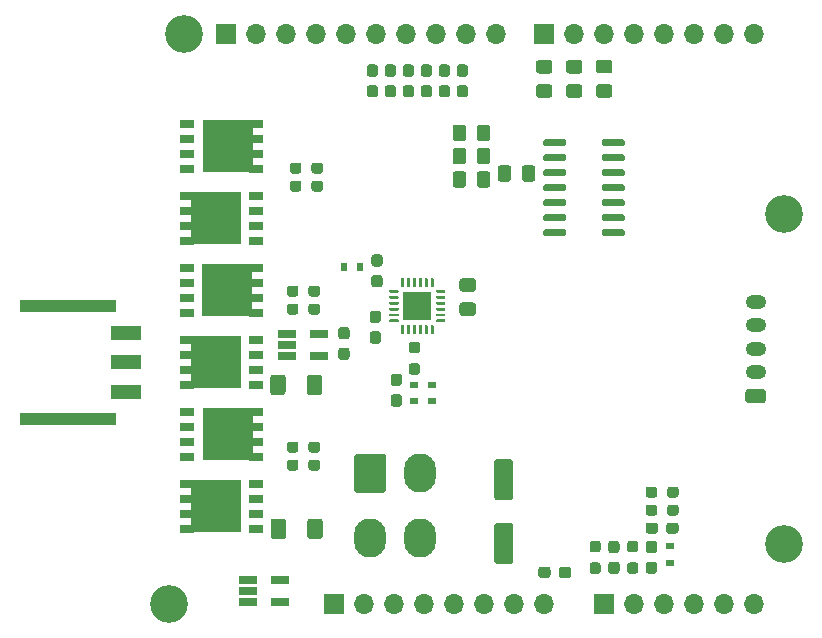
<source format=gts>
G04 #@! TF.GenerationSoftware,KiCad,Pcbnew,(5.1.10)-1*
G04 #@! TF.CreationDate,2021-10-08T21:42:51+13:00*
G04 #@! TF.ProjectId,bldc_driver_fpga,626c6463-5f64-4726-9976-65725f667067,rev?*
G04 #@! TF.SameCoordinates,Original*
G04 #@! TF.FileFunction,Soldermask,Top*
G04 #@! TF.FilePolarity,Negative*
%FSLAX46Y46*%
G04 Gerber Fmt 4.6, Leading zero omitted, Abs format (unit mm)*
G04 Created by KiCad (PCBNEW (5.1.10)-1) date 2021-10-08 21:42:51*
%MOMM*%
%LPD*%
G01*
G04 APERTURE LIST*
%ADD10C,3.200000*%
%ADD11R,4.290000X4.500000*%
%ADD12R,1.200000X0.700000*%
%ADD13O,1.750000X1.200000*%
%ADD14R,8.200000X1.100000*%
%ADD15R,2.500000X1.240000*%
%ADD16O,1.700000X1.700000*%
%ADD17R,1.700000X1.700000*%
%ADD18O,2.700000X3.300000*%
%ADD19R,1.560000X0.650000*%
%ADD20R,2.450000X2.450000*%
%ADD21R,0.600000X0.700000*%
%ADD22R,0.700000X0.600000*%
G04 APERTURE END LIST*
G36*
G01*
X99043500Y-21734000D02*
X98568500Y-21734000D01*
G75*
G02*
X98331000Y-21496500I0J237500D01*
G01*
X98331000Y-20921500D01*
G75*
G02*
X98568500Y-20684000I237500J0D01*
G01*
X99043500Y-20684000D01*
G75*
G02*
X99281000Y-20921500I0J-237500D01*
G01*
X99281000Y-21496500D01*
G75*
G02*
X99043500Y-21734000I-237500J0D01*
G01*
G37*
G36*
G01*
X99043500Y-23484000D02*
X98568500Y-23484000D01*
G75*
G02*
X98331000Y-23246500I0J237500D01*
G01*
X98331000Y-22671500D01*
G75*
G02*
X98568500Y-22434000I237500J0D01*
G01*
X99043500Y-22434000D01*
G75*
G02*
X99281000Y-22671500I0J-237500D01*
G01*
X99281000Y-23246500D01*
G75*
G02*
X99043500Y-23484000I-237500J0D01*
G01*
G37*
G36*
G01*
X97519500Y-21734000D02*
X97044500Y-21734000D01*
G75*
G02*
X96807000Y-21496500I0J237500D01*
G01*
X96807000Y-20921500D01*
G75*
G02*
X97044500Y-20684000I237500J0D01*
G01*
X97519500Y-20684000D01*
G75*
G02*
X97757000Y-20921500I0J-237500D01*
G01*
X97757000Y-21496500D01*
G75*
G02*
X97519500Y-21734000I-237500J0D01*
G01*
G37*
G36*
G01*
X97519500Y-23484000D02*
X97044500Y-23484000D01*
G75*
G02*
X96807000Y-23246500I0J237500D01*
G01*
X96807000Y-22671500D01*
G75*
G02*
X97044500Y-22434000I237500J0D01*
G01*
X97519500Y-22434000D01*
G75*
G02*
X97757000Y-22671500I0J-237500D01*
G01*
X97757000Y-23246500D01*
G75*
G02*
X97519500Y-23484000I-237500J0D01*
G01*
G37*
G36*
G01*
X95995500Y-21734000D02*
X95520500Y-21734000D01*
G75*
G02*
X95283000Y-21496500I0J237500D01*
G01*
X95283000Y-20921500D01*
G75*
G02*
X95520500Y-20684000I237500J0D01*
G01*
X95995500Y-20684000D01*
G75*
G02*
X96233000Y-20921500I0J-237500D01*
G01*
X96233000Y-21496500D01*
G75*
G02*
X95995500Y-21734000I-237500J0D01*
G01*
G37*
G36*
G01*
X95995500Y-23484000D02*
X95520500Y-23484000D01*
G75*
G02*
X95283000Y-23246500I0J237500D01*
G01*
X95283000Y-22671500D01*
G75*
G02*
X95520500Y-22434000I237500J0D01*
G01*
X95995500Y-22434000D01*
G75*
G02*
X96233000Y-22671500I0J-237500D01*
G01*
X96233000Y-23246500D01*
G75*
G02*
X95995500Y-23484000I-237500J0D01*
G01*
G37*
G36*
G01*
X94471500Y-21734000D02*
X93996500Y-21734000D01*
G75*
G02*
X93759000Y-21496500I0J237500D01*
G01*
X93759000Y-20921500D01*
G75*
G02*
X93996500Y-20684000I237500J0D01*
G01*
X94471500Y-20684000D01*
G75*
G02*
X94709000Y-20921500I0J-237500D01*
G01*
X94709000Y-21496500D01*
G75*
G02*
X94471500Y-21734000I-237500J0D01*
G01*
G37*
G36*
G01*
X94471500Y-23484000D02*
X93996500Y-23484000D01*
G75*
G02*
X93759000Y-23246500I0J237500D01*
G01*
X93759000Y-22671500D01*
G75*
G02*
X93996500Y-22434000I237500J0D01*
G01*
X94471500Y-22434000D01*
G75*
G02*
X94709000Y-22671500I0J-237500D01*
G01*
X94709000Y-23246500D01*
G75*
G02*
X94471500Y-23484000I-237500J0D01*
G01*
G37*
G36*
G01*
X92947500Y-21734000D02*
X92472500Y-21734000D01*
G75*
G02*
X92235000Y-21496500I0J237500D01*
G01*
X92235000Y-20921500D01*
G75*
G02*
X92472500Y-20684000I237500J0D01*
G01*
X92947500Y-20684000D01*
G75*
G02*
X93185000Y-20921500I0J-237500D01*
G01*
X93185000Y-21496500D01*
G75*
G02*
X92947500Y-21734000I-237500J0D01*
G01*
G37*
G36*
G01*
X92947500Y-23484000D02*
X92472500Y-23484000D01*
G75*
G02*
X92235000Y-23246500I0J237500D01*
G01*
X92235000Y-22671500D01*
G75*
G02*
X92472500Y-22434000I237500J0D01*
G01*
X92947500Y-22434000D01*
G75*
G02*
X93185000Y-22671500I0J-237500D01*
G01*
X93185000Y-23246500D01*
G75*
G02*
X92947500Y-23484000I-237500J0D01*
G01*
G37*
G36*
G01*
X91423500Y-21734000D02*
X90948500Y-21734000D01*
G75*
G02*
X90711000Y-21496500I0J237500D01*
G01*
X90711000Y-20921500D01*
G75*
G02*
X90948500Y-20684000I237500J0D01*
G01*
X91423500Y-20684000D01*
G75*
G02*
X91661000Y-20921500I0J-237500D01*
G01*
X91661000Y-21496500D01*
G75*
G02*
X91423500Y-21734000I-237500J0D01*
G01*
G37*
G36*
G01*
X91423500Y-23484000D02*
X90948500Y-23484000D01*
G75*
G02*
X90711000Y-23246500I0J237500D01*
G01*
X90711000Y-22671500D01*
G75*
G02*
X90948500Y-22434000I237500J0D01*
G01*
X91423500Y-22434000D01*
G75*
G02*
X91661000Y-22671500I0J-237500D01*
G01*
X91661000Y-23246500D01*
G75*
G02*
X91423500Y-23484000I-237500J0D01*
G01*
G37*
D10*
X73970000Y-66360000D03*
X126040000Y-33340000D03*
X126040000Y-61280000D03*
X75240000Y-18100000D03*
G36*
G01*
X110593000Y-27455000D02*
X110593000Y-27155000D01*
G75*
G02*
X110743000Y-27005000I150000J0D01*
G01*
X112393000Y-27005000D01*
G75*
G02*
X112543000Y-27155000I0J-150000D01*
G01*
X112543000Y-27455000D01*
G75*
G02*
X112393000Y-27605000I-150000J0D01*
G01*
X110743000Y-27605000D01*
G75*
G02*
X110593000Y-27455000I0J150000D01*
G01*
G37*
G36*
G01*
X110593000Y-28725000D02*
X110593000Y-28425000D01*
G75*
G02*
X110743000Y-28275000I150000J0D01*
G01*
X112393000Y-28275000D01*
G75*
G02*
X112543000Y-28425000I0J-150000D01*
G01*
X112543000Y-28725000D01*
G75*
G02*
X112393000Y-28875000I-150000J0D01*
G01*
X110743000Y-28875000D01*
G75*
G02*
X110593000Y-28725000I0J150000D01*
G01*
G37*
G36*
G01*
X110593000Y-29995000D02*
X110593000Y-29695000D01*
G75*
G02*
X110743000Y-29545000I150000J0D01*
G01*
X112393000Y-29545000D01*
G75*
G02*
X112543000Y-29695000I0J-150000D01*
G01*
X112543000Y-29995000D01*
G75*
G02*
X112393000Y-30145000I-150000J0D01*
G01*
X110743000Y-30145000D01*
G75*
G02*
X110593000Y-29995000I0J150000D01*
G01*
G37*
G36*
G01*
X110593000Y-31265000D02*
X110593000Y-30965000D01*
G75*
G02*
X110743000Y-30815000I150000J0D01*
G01*
X112393000Y-30815000D01*
G75*
G02*
X112543000Y-30965000I0J-150000D01*
G01*
X112543000Y-31265000D01*
G75*
G02*
X112393000Y-31415000I-150000J0D01*
G01*
X110743000Y-31415000D01*
G75*
G02*
X110593000Y-31265000I0J150000D01*
G01*
G37*
G36*
G01*
X110593000Y-32535000D02*
X110593000Y-32235000D01*
G75*
G02*
X110743000Y-32085000I150000J0D01*
G01*
X112393000Y-32085000D01*
G75*
G02*
X112543000Y-32235000I0J-150000D01*
G01*
X112543000Y-32535000D01*
G75*
G02*
X112393000Y-32685000I-150000J0D01*
G01*
X110743000Y-32685000D01*
G75*
G02*
X110593000Y-32535000I0J150000D01*
G01*
G37*
G36*
G01*
X110593000Y-33805000D02*
X110593000Y-33505000D01*
G75*
G02*
X110743000Y-33355000I150000J0D01*
G01*
X112393000Y-33355000D01*
G75*
G02*
X112543000Y-33505000I0J-150000D01*
G01*
X112543000Y-33805000D01*
G75*
G02*
X112393000Y-33955000I-150000J0D01*
G01*
X110743000Y-33955000D01*
G75*
G02*
X110593000Y-33805000I0J150000D01*
G01*
G37*
G36*
G01*
X110593000Y-35075000D02*
X110593000Y-34775000D01*
G75*
G02*
X110743000Y-34625000I150000J0D01*
G01*
X112393000Y-34625000D01*
G75*
G02*
X112543000Y-34775000I0J-150000D01*
G01*
X112543000Y-35075000D01*
G75*
G02*
X112393000Y-35225000I-150000J0D01*
G01*
X110743000Y-35225000D01*
G75*
G02*
X110593000Y-35075000I0J150000D01*
G01*
G37*
G36*
G01*
X105643000Y-35075000D02*
X105643000Y-34775000D01*
G75*
G02*
X105793000Y-34625000I150000J0D01*
G01*
X107443000Y-34625000D01*
G75*
G02*
X107593000Y-34775000I0J-150000D01*
G01*
X107593000Y-35075000D01*
G75*
G02*
X107443000Y-35225000I-150000J0D01*
G01*
X105793000Y-35225000D01*
G75*
G02*
X105643000Y-35075000I0J150000D01*
G01*
G37*
G36*
G01*
X105643000Y-33805000D02*
X105643000Y-33505000D01*
G75*
G02*
X105793000Y-33355000I150000J0D01*
G01*
X107443000Y-33355000D01*
G75*
G02*
X107593000Y-33505000I0J-150000D01*
G01*
X107593000Y-33805000D01*
G75*
G02*
X107443000Y-33955000I-150000J0D01*
G01*
X105793000Y-33955000D01*
G75*
G02*
X105643000Y-33805000I0J150000D01*
G01*
G37*
G36*
G01*
X105643000Y-32535000D02*
X105643000Y-32235000D01*
G75*
G02*
X105793000Y-32085000I150000J0D01*
G01*
X107443000Y-32085000D01*
G75*
G02*
X107593000Y-32235000I0J-150000D01*
G01*
X107593000Y-32535000D01*
G75*
G02*
X107443000Y-32685000I-150000J0D01*
G01*
X105793000Y-32685000D01*
G75*
G02*
X105643000Y-32535000I0J150000D01*
G01*
G37*
G36*
G01*
X105643000Y-31265000D02*
X105643000Y-30965000D01*
G75*
G02*
X105793000Y-30815000I150000J0D01*
G01*
X107443000Y-30815000D01*
G75*
G02*
X107593000Y-30965000I0J-150000D01*
G01*
X107593000Y-31265000D01*
G75*
G02*
X107443000Y-31415000I-150000J0D01*
G01*
X105793000Y-31415000D01*
G75*
G02*
X105643000Y-31265000I0J150000D01*
G01*
G37*
G36*
G01*
X105643000Y-29995000D02*
X105643000Y-29695000D01*
G75*
G02*
X105793000Y-29545000I150000J0D01*
G01*
X107443000Y-29545000D01*
G75*
G02*
X107593000Y-29695000I0J-150000D01*
G01*
X107593000Y-29995000D01*
G75*
G02*
X107443000Y-30145000I-150000J0D01*
G01*
X105793000Y-30145000D01*
G75*
G02*
X105643000Y-29995000I0J150000D01*
G01*
G37*
G36*
G01*
X105643000Y-28725000D02*
X105643000Y-28425000D01*
G75*
G02*
X105793000Y-28275000I150000J0D01*
G01*
X107443000Y-28275000D01*
G75*
G02*
X107593000Y-28425000I0J-150000D01*
G01*
X107593000Y-28725000D01*
G75*
G02*
X107443000Y-28875000I-150000J0D01*
G01*
X105793000Y-28875000D01*
G75*
G02*
X105643000Y-28725000I0J150000D01*
G01*
G37*
G36*
G01*
X105643000Y-27455000D02*
X105643000Y-27155000D01*
G75*
G02*
X105793000Y-27005000I150000J0D01*
G01*
X107443000Y-27005000D01*
G75*
G02*
X107593000Y-27155000I0J-150000D01*
G01*
X107593000Y-27455000D01*
G75*
G02*
X107443000Y-27605000I-150000J0D01*
G01*
X105793000Y-27605000D01*
G75*
G02*
X105643000Y-27455000I0J150000D01*
G01*
G37*
G36*
G01*
X110357499Y-22348500D02*
X111257501Y-22348500D01*
G75*
G02*
X111507500Y-22598499I0J-249999D01*
G01*
X111507500Y-23248501D01*
G75*
G02*
X111257501Y-23498500I-249999J0D01*
G01*
X110357499Y-23498500D01*
G75*
G02*
X110107500Y-23248501I0J249999D01*
G01*
X110107500Y-22598499D01*
G75*
G02*
X110357499Y-22348500I249999J0D01*
G01*
G37*
G36*
G01*
X110357499Y-20298500D02*
X111257501Y-20298500D01*
G75*
G02*
X111507500Y-20548499I0J-249999D01*
G01*
X111507500Y-21198501D01*
G75*
G02*
X111257501Y-21448500I-249999J0D01*
G01*
X110357499Y-21448500D01*
G75*
G02*
X110107500Y-21198501I0J249999D01*
G01*
X110107500Y-20548499D01*
G75*
G02*
X110357499Y-20298500I249999J0D01*
G01*
G37*
G36*
G01*
X107817499Y-22357500D02*
X108717501Y-22357500D01*
G75*
G02*
X108967500Y-22607499I0J-249999D01*
G01*
X108967500Y-23257501D01*
G75*
G02*
X108717501Y-23507500I-249999J0D01*
G01*
X107817499Y-23507500D01*
G75*
G02*
X107567500Y-23257501I0J249999D01*
G01*
X107567500Y-22607499D01*
G75*
G02*
X107817499Y-22357500I249999J0D01*
G01*
G37*
G36*
G01*
X107817499Y-20307500D02*
X108717501Y-20307500D01*
G75*
G02*
X108967500Y-20557499I0J-249999D01*
G01*
X108967500Y-21207501D01*
G75*
G02*
X108717501Y-21457500I-249999J0D01*
G01*
X107817499Y-21457500D01*
G75*
G02*
X107567500Y-21207501I0J249999D01*
G01*
X107567500Y-20557499D01*
G75*
G02*
X107817499Y-20307500I249999J0D01*
G01*
G37*
G36*
G01*
X105277499Y-22357500D02*
X106177501Y-22357500D01*
G75*
G02*
X106427500Y-22607499I0J-249999D01*
G01*
X106427500Y-23257501D01*
G75*
G02*
X106177501Y-23507500I-249999J0D01*
G01*
X105277499Y-23507500D01*
G75*
G02*
X105027500Y-23257501I0J249999D01*
G01*
X105027500Y-22607499D01*
G75*
G02*
X105277499Y-22357500I249999J0D01*
G01*
G37*
G36*
G01*
X105277499Y-20307500D02*
X106177501Y-20307500D01*
G75*
G02*
X106427500Y-20557499I0J-249999D01*
G01*
X106427500Y-21207501D01*
G75*
G02*
X106177501Y-21457500I-249999J0D01*
G01*
X105277499Y-21457500D01*
G75*
G02*
X105027500Y-21207501I0J249999D01*
G01*
X105027500Y-20557499D01*
G75*
G02*
X105277499Y-20307500I249999J0D01*
G01*
G37*
G36*
G01*
X100018000Y-28898001D02*
X100018000Y-27997999D01*
G75*
G02*
X100267999Y-27748000I249999J0D01*
G01*
X100918001Y-27748000D01*
G75*
G02*
X101168000Y-27997999I0J-249999D01*
G01*
X101168000Y-28898001D01*
G75*
G02*
X100918001Y-29148000I-249999J0D01*
G01*
X100267999Y-29148000D01*
G75*
G02*
X100018000Y-28898001I0J249999D01*
G01*
G37*
G36*
G01*
X97968000Y-28898001D02*
X97968000Y-27997999D01*
G75*
G02*
X98217999Y-27748000I249999J0D01*
G01*
X98868001Y-27748000D01*
G75*
G02*
X99118000Y-27997999I0J-249999D01*
G01*
X99118000Y-28898001D01*
G75*
G02*
X98868001Y-29148000I-249999J0D01*
G01*
X98217999Y-29148000D01*
G75*
G02*
X97968000Y-28898001I0J249999D01*
G01*
G37*
G36*
G01*
X99127000Y-29966499D02*
X99127000Y-30866501D01*
G75*
G02*
X98877001Y-31116500I-249999J0D01*
G01*
X98226999Y-31116500D01*
G75*
G02*
X97977000Y-30866501I0J249999D01*
G01*
X97977000Y-29966499D01*
G75*
G02*
X98226999Y-29716500I249999J0D01*
G01*
X98877001Y-29716500D01*
G75*
G02*
X99127000Y-29966499I0J-249999D01*
G01*
G37*
G36*
G01*
X101177000Y-29966499D02*
X101177000Y-30866501D01*
G75*
G02*
X100927001Y-31116500I-249999J0D01*
G01*
X100276999Y-31116500D01*
G75*
G02*
X100027000Y-30866501I0J249999D01*
G01*
X100027000Y-29966499D01*
G75*
G02*
X100276999Y-29716500I249999J0D01*
G01*
X100927001Y-29716500D01*
G75*
G02*
X101177000Y-29966499I0J-249999D01*
G01*
G37*
G36*
G01*
X100018000Y-26929501D02*
X100018000Y-26029499D01*
G75*
G02*
X100267999Y-25779500I249999J0D01*
G01*
X100918001Y-25779500D01*
G75*
G02*
X101168000Y-26029499I0J-249999D01*
G01*
X101168000Y-26929501D01*
G75*
G02*
X100918001Y-27179500I-249999J0D01*
G01*
X100267999Y-27179500D01*
G75*
G02*
X100018000Y-26929501I0J249999D01*
G01*
G37*
G36*
G01*
X97968000Y-26929501D02*
X97968000Y-26029499D01*
G75*
G02*
X98217999Y-25779500I249999J0D01*
G01*
X98868001Y-25779500D01*
G75*
G02*
X99118000Y-26029499I0J-249999D01*
G01*
X99118000Y-26929501D01*
G75*
G02*
X98868001Y-27179500I-249999J0D01*
G01*
X98217999Y-27179500D01*
G75*
G02*
X97968000Y-26929501I0J249999D01*
G01*
G37*
G36*
G01*
X85635000Y-48440500D02*
X85635000Y-47190500D01*
G75*
G02*
X85885000Y-46940500I250000J0D01*
G01*
X86685000Y-46940500D01*
G75*
G02*
X86935000Y-47190500I0J-250000D01*
G01*
X86935000Y-48440500D01*
G75*
G02*
X86685000Y-48690500I-250000J0D01*
G01*
X85885000Y-48690500D01*
G75*
G02*
X85635000Y-48440500I0J250000D01*
G01*
G37*
G36*
G01*
X82535000Y-48440500D02*
X82535000Y-47190500D01*
G75*
G02*
X82785000Y-46940500I250000J0D01*
G01*
X83585000Y-46940500D01*
G75*
G02*
X83835000Y-47190500I0J-250000D01*
G01*
X83835000Y-48440500D01*
G75*
G02*
X83585000Y-48690500I-250000J0D01*
G01*
X82785000Y-48690500D01*
G75*
G02*
X82535000Y-48440500I0J250000D01*
G01*
G37*
G36*
G01*
X85672500Y-60632500D02*
X85672500Y-59382500D01*
G75*
G02*
X85922500Y-59132500I250000J0D01*
G01*
X86722500Y-59132500D01*
G75*
G02*
X86972500Y-59382500I0J-250000D01*
G01*
X86972500Y-60632500D01*
G75*
G02*
X86722500Y-60882500I-250000J0D01*
G01*
X85922500Y-60882500D01*
G75*
G02*
X85672500Y-60632500I0J250000D01*
G01*
G37*
G36*
G01*
X82572500Y-60632500D02*
X82572500Y-59382500D01*
G75*
G02*
X82822500Y-59132500I250000J0D01*
G01*
X83622500Y-59132500D01*
G75*
G02*
X83872500Y-59382500I0J-250000D01*
G01*
X83872500Y-60632500D01*
G75*
G02*
X83622500Y-60882500I-250000J0D01*
G01*
X82822500Y-60882500D01*
G75*
G02*
X82572500Y-60632500I0J250000D01*
G01*
G37*
G36*
G01*
X86023000Y-31225500D02*
X86023000Y-30750500D01*
G75*
G02*
X86260500Y-30513000I237500J0D01*
G01*
X86760500Y-30513000D01*
G75*
G02*
X86998000Y-30750500I0J-237500D01*
G01*
X86998000Y-31225500D01*
G75*
G02*
X86760500Y-31463000I-237500J0D01*
G01*
X86260500Y-31463000D01*
G75*
G02*
X86023000Y-31225500I0J237500D01*
G01*
G37*
G36*
G01*
X84198000Y-31225500D02*
X84198000Y-30750500D01*
G75*
G02*
X84435500Y-30513000I237500J0D01*
G01*
X84935500Y-30513000D01*
G75*
G02*
X85173000Y-30750500I0J-237500D01*
G01*
X85173000Y-31225500D01*
G75*
G02*
X84935500Y-31463000I-237500J0D01*
G01*
X84435500Y-31463000D01*
G75*
G02*
X84198000Y-31225500I0J237500D01*
G01*
G37*
G36*
G01*
X86023000Y-29701500D02*
X86023000Y-29226500D01*
G75*
G02*
X86260500Y-28989000I237500J0D01*
G01*
X86760500Y-28989000D01*
G75*
G02*
X86998000Y-29226500I0J-237500D01*
G01*
X86998000Y-29701500D01*
G75*
G02*
X86760500Y-29939000I-237500J0D01*
G01*
X86260500Y-29939000D01*
G75*
G02*
X86023000Y-29701500I0J237500D01*
G01*
G37*
G36*
G01*
X84198000Y-29701500D02*
X84198000Y-29226500D01*
G75*
G02*
X84435500Y-28989000I237500J0D01*
G01*
X84935500Y-28989000D01*
G75*
G02*
X85173000Y-29226500I0J-237500D01*
G01*
X85173000Y-29701500D01*
G75*
G02*
X84935500Y-29939000I-237500J0D01*
G01*
X84435500Y-29939000D01*
G75*
G02*
X84198000Y-29701500I0J237500D01*
G01*
G37*
G36*
G01*
X85769000Y-41639500D02*
X85769000Y-41164500D01*
G75*
G02*
X86006500Y-40927000I237500J0D01*
G01*
X86506500Y-40927000D01*
G75*
G02*
X86744000Y-41164500I0J-237500D01*
G01*
X86744000Y-41639500D01*
G75*
G02*
X86506500Y-41877000I-237500J0D01*
G01*
X86006500Y-41877000D01*
G75*
G02*
X85769000Y-41639500I0J237500D01*
G01*
G37*
G36*
G01*
X83944000Y-41639500D02*
X83944000Y-41164500D01*
G75*
G02*
X84181500Y-40927000I237500J0D01*
G01*
X84681500Y-40927000D01*
G75*
G02*
X84919000Y-41164500I0J-237500D01*
G01*
X84919000Y-41639500D01*
G75*
G02*
X84681500Y-41877000I-237500J0D01*
G01*
X84181500Y-41877000D01*
G75*
G02*
X83944000Y-41639500I0J237500D01*
G01*
G37*
G36*
G01*
X85769000Y-40115500D02*
X85769000Y-39640500D01*
G75*
G02*
X86006500Y-39403000I237500J0D01*
G01*
X86506500Y-39403000D01*
G75*
G02*
X86744000Y-39640500I0J-237500D01*
G01*
X86744000Y-40115500D01*
G75*
G02*
X86506500Y-40353000I-237500J0D01*
G01*
X86006500Y-40353000D01*
G75*
G02*
X85769000Y-40115500I0J237500D01*
G01*
G37*
G36*
G01*
X83944000Y-40115500D02*
X83944000Y-39640500D01*
G75*
G02*
X84181500Y-39403000I237500J0D01*
G01*
X84681500Y-39403000D01*
G75*
G02*
X84919000Y-39640500I0J-237500D01*
G01*
X84919000Y-40115500D01*
G75*
G02*
X84681500Y-40353000I-237500J0D01*
G01*
X84181500Y-40353000D01*
G75*
G02*
X83944000Y-40115500I0J237500D01*
G01*
G37*
G36*
G01*
X85769000Y-54847500D02*
X85769000Y-54372500D01*
G75*
G02*
X86006500Y-54135000I237500J0D01*
G01*
X86506500Y-54135000D01*
G75*
G02*
X86744000Y-54372500I0J-237500D01*
G01*
X86744000Y-54847500D01*
G75*
G02*
X86506500Y-55085000I-237500J0D01*
G01*
X86006500Y-55085000D01*
G75*
G02*
X85769000Y-54847500I0J237500D01*
G01*
G37*
G36*
G01*
X83944000Y-54847500D02*
X83944000Y-54372500D01*
G75*
G02*
X84181500Y-54135000I237500J0D01*
G01*
X84681500Y-54135000D01*
G75*
G02*
X84919000Y-54372500I0J-237500D01*
G01*
X84919000Y-54847500D01*
G75*
G02*
X84681500Y-55085000I-237500J0D01*
G01*
X84181500Y-55085000D01*
G75*
G02*
X83944000Y-54847500I0J237500D01*
G01*
G37*
G36*
G01*
X85769000Y-53323500D02*
X85769000Y-52848500D01*
G75*
G02*
X86006500Y-52611000I237500J0D01*
G01*
X86506500Y-52611000D01*
G75*
G02*
X86744000Y-52848500I0J-237500D01*
G01*
X86744000Y-53323500D01*
G75*
G02*
X86506500Y-53561000I-237500J0D01*
G01*
X86006500Y-53561000D01*
G75*
G02*
X85769000Y-53323500I0J237500D01*
G01*
G37*
G36*
G01*
X83944000Y-53323500D02*
X83944000Y-52848500D01*
G75*
G02*
X84181500Y-52611000I237500J0D01*
G01*
X84681500Y-52611000D01*
G75*
G02*
X84919000Y-52848500I0J-237500D01*
G01*
X84919000Y-53323500D01*
G75*
G02*
X84681500Y-53561000I-237500J0D01*
G01*
X84181500Y-53561000D01*
G75*
G02*
X83944000Y-53323500I0J237500D01*
G01*
G37*
G36*
G01*
X94504500Y-45994500D02*
X94979500Y-45994500D01*
G75*
G02*
X95217000Y-46232000I0J-237500D01*
G01*
X95217000Y-46732000D01*
G75*
G02*
X94979500Y-46969500I-237500J0D01*
G01*
X94504500Y-46969500D01*
G75*
G02*
X94267000Y-46732000I0J237500D01*
G01*
X94267000Y-46232000D01*
G75*
G02*
X94504500Y-45994500I237500J0D01*
G01*
G37*
G36*
G01*
X94504500Y-44169500D02*
X94979500Y-44169500D01*
G75*
G02*
X95217000Y-44407000I0J-237500D01*
G01*
X95217000Y-44907000D01*
G75*
G02*
X94979500Y-45144500I-237500J0D01*
G01*
X94504500Y-45144500D01*
G75*
G02*
X94267000Y-44907000I0J237500D01*
G01*
X94267000Y-44407000D01*
G75*
G02*
X94504500Y-44169500I237500J0D01*
G01*
G37*
G36*
G01*
X115295500Y-58182500D02*
X115295500Y-58657500D01*
G75*
G02*
X115058000Y-58895000I-237500J0D01*
G01*
X114558000Y-58895000D01*
G75*
G02*
X114320500Y-58657500I0J237500D01*
G01*
X114320500Y-58182500D01*
G75*
G02*
X114558000Y-57945000I237500J0D01*
G01*
X115058000Y-57945000D01*
G75*
G02*
X115295500Y-58182500I0J-237500D01*
G01*
G37*
G36*
G01*
X117120500Y-58182500D02*
X117120500Y-58657500D01*
G75*
G02*
X116883000Y-58895000I-237500J0D01*
G01*
X116383000Y-58895000D01*
G75*
G02*
X116145500Y-58657500I0J237500D01*
G01*
X116145500Y-58182500D01*
G75*
G02*
X116383000Y-57945000I237500J0D01*
G01*
X116883000Y-57945000D01*
G75*
G02*
X117120500Y-58182500I0J-237500D01*
G01*
G37*
G36*
G01*
X116145500Y-57133500D02*
X116145500Y-56658500D01*
G75*
G02*
X116383000Y-56421000I237500J0D01*
G01*
X116883000Y-56421000D01*
G75*
G02*
X117120500Y-56658500I0J-237500D01*
G01*
X117120500Y-57133500D01*
G75*
G02*
X116883000Y-57371000I-237500J0D01*
G01*
X116383000Y-57371000D01*
G75*
G02*
X116145500Y-57133500I0J237500D01*
G01*
G37*
G36*
G01*
X114320500Y-57133500D02*
X114320500Y-56658500D01*
G75*
G02*
X114558000Y-56421000I237500J0D01*
G01*
X115058000Y-56421000D01*
G75*
G02*
X115295500Y-56658500I0J-237500D01*
G01*
X115295500Y-57133500D01*
G75*
G02*
X115058000Y-57371000I-237500J0D01*
G01*
X114558000Y-57371000D01*
G75*
G02*
X114320500Y-57133500I0J237500D01*
G01*
G37*
G36*
G01*
X112983000Y-62845500D02*
X113458000Y-62845500D01*
G75*
G02*
X113695500Y-63083000I0J-237500D01*
G01*
X113695500Y-63583000D01*
G75*
G02*
X113458000Y-63820500I-237500J0D01*
G01*
X112983000Y-63820500D01*
G75*
G02*
X112745500Y-63583000I0J237500D01*
G01*
X112745500Y-63083000D01*
G75*
G02*
X112983000Y-62845500I237500J0D01*
G01*
G37*
G36*
G01*
X112983000Y-61020500D02*
X113458000Y-61020500D01*
G75*
G02*
X113695500Y-61258000I0J-237500D01*
G01*
X113695500Y-61758000D01*
G75*
G02*
X113458000Y-61995500I-237500J0D01*
G01*
X112983000Y-61995500D01*
G75*
G02*
X112745500Y-61758000I0J237500D01*
G01*
X112745500Y-61258000D01*
G75*
G02*
X112983000Y-61020500I237500J0D01*
G01*
G37*
G36*
G01*
X109808000Y-62845500D02*
X110283000Y-62845500D01*
G75*
G02*
X110520500Y-63083000I0J-237500D01*
G01*
X110520500Y-63583000D01*
G75*
G02*
X110283000Y-63820500I-237500J0D01*
G01*
X109808000Y-63820500D01*
G75*
G02*
X109570500Y-63583000I0J237500D01*
G01*
X109570500Y-63083000D01*
G75*
G02*
X109808000Y-62845500I237500J0D01*
G01*
G37*
G36*
G01*
X109808000Y-61020500D02*
X110283000Y-61020500D01*
G75*
G02*
X110520500Y-61258000I0J-237500D01*
G01*
X110520500Y-61758000D01*
G75*
G02*
X110283000Y-61995500I-237500J0D01*
G01*
X109808000Y-61995500D01*
G75*
G02*
X109570500Y-61758000I0J237500D01*
G01*
X109570500Y-61258000D01*
G75*
G02*
X109808000Y-61020500I237500J0D01*
G01*
G37*
D11*
X77902500Y-33729000D03*
D12*
X75502500Y-35639000D03*
X75502500Y-34369000D03*
X75502500Y-33089000D03*
X75502500Y-31819000D03*
X81302500Y-31819000D03*
X81302500Y-33089000D03*
X81302500Y-34369000D03*
X81302500Y-35639000D03*
D11*
X78922500Y-27622500D03*
D12*
X81322500Y-25712500D03*
X81322500Y-26982500D03*
X81322500Y-28262500D03*
X81322500Y-29532500D03*
X75522500Y-29532500D03*
X75522500Y-28262500D03*
X75522500Y-26982500D03*
X75522500Y-25712500D03*
D11*
X77922500Y-45910500D03*
D12*
X75522500Y-47820500D03*
X75522500Y-46550500D03*
X75522500Y-45270500D03*
X75522500Y-44000500D03*
X81322500Y-44000500D03*
X81322500Y-45270500D03*
X81322500Y-46550500D03*
X81322500Y-47820500D03*
D11*
X78910500Y-39825000D03*
D12*
X81310500Y-37915000D03*
X81310500Y-39185000D03*
X81310500Y-40465000D03*
X81310500Y-41735000D03*
X75510500Y-41735000D03*
X75510500Y-40465000D03*
X75510500Y-39185000D03*
X75510500Y-37915000D03*
D11*
X77922500Y-58102500D03*
D12*
X75522500Y-60012500D03*
X75522500Y-58742500D03*
X75522500Y-57462500D03*
X75522500Y-56192500D03*
X81322500Y-56192500D03*
X81322500Y-57462500D03*
X81322500Y-58742500D03*
X81322500Y-60012500D03*
D11*
X78922500Y-52006500D03*
D12*
X81322500Y-50096500D03*
X81322500Y-51366500D03*
X81322500Y-52646500D03*
X81322500Y-53916500D03*
X75522500Y-53916500D03*
X75522500Y-52646500D03*
X75522500Y-51366500D03*
X75522500Y-50096500D03*
D13*
X123634500Y-40768000D03*
X123634500Y-42768000D03*
X123634500Y-44768000D03*
X123634500Y-46768000D03*
G36*
G01*
X124259501Y-49368000D02*
X123009499Y-49368000D01*
G75*
G02*
X122759500Y-49118001I0J249999D01*
G01*
X122759500Y-48417999D01*
G75*
G02*
X123009499Y-48168000I249999J0D01*
G01*
X124259501Y-48168000D01*
G75*
G02*
X124509500Y-48417999I0J-249999D01*
G01*
X124509500Y-49118001D01*
G75*
G02*
X124259501Y-49368000I-249999J0D01*
G01*
G37*
D14*
X65414000Y-41140500D03*
X65414000Y-50680500D03*
D15*
X70344000Y-43410500D03*
X70344000Y-45910500D03*
X70344000Y-48410500D03*
D16*
X123507500Y-66357500D03*
X120967500Y-66357500D03*
X118427500Y-66357500D03*
X115887500Y-66357500D03*
X113347500Y-66357500D03*
D17*
X110807500Y-66357500D03*
D16*
X123500000Y-18100000D03*
X120960000Y-18100000D03*
X118420000Y-18100000D03*
X115880000Y-18100000D03*
X113340000Y-18100000D03*
X110800000Y-18100000D03*
X108260000Y-18100000D03*
D17*
X105720000Y-18100000D03*
D16*
X101656000Y-18100000D03*
X99116000Y-18100000D03*
X96576000Y-18100000D03*
X94036000Y-18100000D03*
X91496000Y-18100000D03*
X88956000Y-18100000D03*
X86416000Y-18100000D03*
X83876000Y-18100000D03*
X81336000Y-18100000D03*
D17*
X78796000Y-18100000D03*
D16*
X105727500Y-66357500D03*
X103187500Y-66357500D03*
X100647500Y-66357500D03*
X98107500Y-66357500D03*
X95567500Y-66357500D03*
X93027500Y-66357500D03*
X90487500Y-66357500D03*
D17*
X87947500Y-66357500D03*
D18*
X95195500Y-60808500D03*
X90995500Y-60808500D03*
X95195500Y-55308500D03*
G36*
G01*
X89645500Y-56708499D02*
X89645500Y-53908501D01*
G75*
G02*
X89895501Y-53658500I250001J0D01*
G01*
X92095499Y-53658500D01*
G75*
G02*
X92345500Y-53908501I0J-250001D01*
G01*
X92345500Y-56708499D01*
G75*
G02*
X92095499Y-56958500I-250001J0D01*
G01*
X89895501Y-56958500D01*
G75*
G02*
X89645500Y-56708499I0J250001D01*
G01*
G37*
D19*
X86694000Y-43500000D03*
X86694000Y-45400000D03*
X83994000Y-45400000D03*
X83994000Y-44450000D03*
X83994000Y-43500000D03*
X83392000Y-64328000D03*
X83392000Y-66228000D03*
X80692000Y-66228000D03*
X80692000Y-65278000D03*
X80692000Y-64328000D03*
D20*
X94996000Y-41148000D03*
G36*
G01*
X96371000Y-42810500D02*
X96371000Y-43460500D01*
G75*
G02*
X96308500Y-43523000I-62500J0D01*
G01*
X96183500Y-43523000D01*
G75*
G02*
X96121000Y-43460500I0J62500D01*
G01*
X96121000Y-42810500D01*
G75*
G02*
X96183500Y-42748000I62500J0D01*
G01*
X96308500Y-42748000D01*
G75*
G02*
X96371000Y-42810500I0J-62500D01*
G01*
G37*
G36*
G01*
X95871000Y-42810500D02*
X95871000Y-43460500D01*
G75*
G02*
X95808500Y-43523000I-62500J0D01*
G01*
X95683500Y-43523000D01*
G75*
G02*
X95621000Y-43460500I0J62500D01*
G01*
X95621000Y-42810500D01*
G75*
G02*
X95683500Y-42748000I62500J0D01*
G01*
X95808500Y-42748000D01*
G75*
G02*
X95871000Y-42810500I0J-62500D01*
G01*
G37*
G36*
G01*
X95371000Y-42810500D02*
X95371000Y-43460500D01*
G75*
G02*
X95308500Y-43523000I-62500J0D01*
G01*
X95183500Y-43523000D01*
G75*
G02*
X95121000Y-43460500I0J62500D01*
G01*
X95121000Y-42810500D01*
G75*
G02*
X95183500Y-42748000I62500J0D01*
G01*
X95308500Y-42748000D01*
G75*
G02*
X95371000Y-42810500I0J-62500D01*
G01*
G37*
G36*
G01*
X94871000Y-42810500D02*
X94871000Y-43460500D01*
G75*
G02*
X94808500Y-43523000I-62500J0D01*
G01*
X94683500Y-43523000D01*
G75*
G02*
X94621000Y-43460500I0J62500D01*
G01*
X94621000Y-42810500D01*
G75*
G02*
X94683500Y-42748000I62500J0D01*
G01*
X94808500Y-42748000D01*
G75*
G02*
X94871000Y-42810500I0J-62500D01*
G01*
G37*
G36*
G01*
X94371000Y-42810500D02*
X94371000Y-43460500D01*
G75*
G02*
X94308500Y-43523000I-62500J0D01*
G01*
X94183500Y-43523000D01*
G75*
G02*
X94121000Y-43460500I0J62500D01*
G01*
X94121000Y-42810500D01*
G75*
G02*
X94183500Y-42748000I62500J0D01*
G01*
X94308500Y-42748000D01*
G75*
G02*
X94371000Y-42810500I0J-62500D01*
G01*
G37*
G36*
G01*
X93871000Y-42810500D02*
X93871000Y-43460500D01*
G75*
G02*
X93808500Y-43523000I-62500J0D01*
G01*
X93683500Y-43523000D01*
G75*
G02*
X93621000Y-43460500I0J62500D01*
G01*
X93621000Y-42810500D01*
G75*
G02*
X93683500Y-42748000I62500J0D01*
G01*
X93808500Y-42748000D01*
G75*
G02*
X93871000Y-42810500I0J-62500D01*
G01*
G37*
G36*
G01*
X93396000Y-42335500D02*
X93396000Y-42460500D01*
G75*
G02*
X93333500Y-42523000I-62500J0D01*
G01*
X92683500Y-42523000D01*
G75*
G02*
X92621000Y-42460500I0J62500D01*
G01*
X92621000Y-42335500D01*
G75*
G02*
X92683500Y-42273000I62500J0D01*
G01*
X93333500Y-42273000D01*
G75*
G02*
X93396000Y-42335500I0J-62500D01*
G01*
G37*
G36*
G01*
X93396000Y-41835500D02*
X93396000Y-41960500D01*
G75*
G02*
X93333500Y-42023000I-62500J0D01*
G01*
X92683500Y-42023000D01*
G75*
G02*
X92621000Y-41960500I0J62500D01*
G01*
X92621000Y-41835500D01*
G75*
G02*
X92683500Y-41773000I62500J0D01*
G01*
X93333500Y-41773000D01*
G75*
G02*
X93396000Y-41835500I0J-62500D01*
G01*
G37*
G36*
G01*
X93396000Y-41335500D02*
X93396000Y-41460500D01*
G75*
G02*
X93333500Y-41523000I-62500J0D01*
G01*
X92683500Y-41523000D01*
G75*
G02*
X92621000Y-41460500I0J62500D01*
G01*
X92621000Y-41335500D01*
G75*
G02*
X92683500Y-41273000I62500J0D01*
G01*
X93333500Y-41273000D01*
G75*
G02*
X93396000Y-41335500I0J-62500D01*
G01*
G37*
G36*
G01*
X93396000Y-40835500D02*
X93396000Y-40960500D01*
G75*
G02*
X93333500Y-41023000I-62500J0D01*
G01*
X92683500Y-41023000D01*
G75*
G02*
X92621000Y-40960500I0J62500D01*
G01*
X92621000Y-40835500D01*
G75*
G02*
X92683500Y-40773000I62500J0D01*
G01*
X93333500Y-40773000D01*
G75*
G02*
X93396000Y-40835500I0J-62500D01*
G01*
G37*
G36*
G01*
X93396000Y-40335500D02*
X93396000Y-40460500D01*
G75*
G02*
X93333500Y-40523000I-62500J0D01*
G01*
X92683500Y-40523000D01*
G75*
G02*
X92621000Y-40460500I0J62500D01*
G01*
X92621000Y-40335500D01*
G75*
G02*
X92683500Y-40273000I62500J0D01*
G01*
X93333500Y-40273000D01*
G75*
G02*
X93396000Y-40335500I0J-62500D01*
G01*
G37*
G36*
G01*
X93396000Y-39835500D02*
X93396000Y-39960500D01*
G75*
G02*
X93333500Y-40023000I-62500J0D01*
G01*
X92683500Y-40023000D01*
G75*
G02*
X92621000Y-39960500I0J62500D01*
G01*
X92621000Y-39835500D01*
G75*
G02*
X92683500Y-39773000I62500J0D01*
G01*
X93333500Y-39773000D01*
G75*
G02*
X93396000Y-39835500I0J-62500D01*
G01*
G37*
G36*
G01*
X93871000Y-38835500D02*
X93871000Y-39485500D01*
G75*
G02*
X93808500Y-39548000I-62500J0D01*
G01*
X93683500Y-39548000D01*
G75*
G02*
X93621000Y-39485500I0J62500D01*
G01*
X93621000Y-38835500D01*
G75*
G02*
X93683500Y-38773000I62500J0D01*
G01*
X93808500Y-38773000D01*
G75*
G02*
X93871000Y-38835500I0J-62500D01*
G01*
G37*
G36*
G01*
X94371000Y-38835500D02*
X94371000Y-39485500D01*
G75*
G02*
X94308500Y-39548000I-62500J0D01*
G01*
X94183500Y-39548000D01*
G75*
G02*
X94121000Y-39485500I0J62500D01*
G01*
X94121000Y-38835500D01*
G75*
G02*
X94183500Y-38773000I62500J0D01*
G01*
X94308500Y-38773000D01*
G75*
G02*
X94371000Y-38835500I0J-62500D01*
G01*
G37*
G36*
G01*
X94871000Y-38835500D02*
X94871000Y-39485500D01*
G75*
G02*
X94808500Y-39548000I-62500J0D01*
G01*
X94683500Y-39548000D01*
G75*
G02*
X94621000Y-39485500I0J62500D01*
G01*
X94621000Y-38835500D01*
G75*
G02*
X94683500Y-38773000I62500J0D01*
G01*
X94808500Y-38773000D01*
G75*
G02*
X94871000Y-38835500I0J-62500D01*
G01*
G37*
G36*
G01*
X95371000Y-38835500D02*
X95371000Y-39485500D01*
G75*
G02*
X95308500Y-39548000I-62500J0D01*
G01*
X95183500Y-39548000D01*
G75*
G02*
X95121000Y-39485500I0J62500D01*
G01*
X95121000Y-38835500D01*
G75*
G02*
X95183500Y-38773000I62500J0D01*
G01*
X95308500Y-38773000D01*
G75*
G02*
X95371000Y-38835500I0J-62500D01*
G01*
G37*
G36*
G01*
X95871000Y-38835500D02*
X95871000Y-39485500D01*
G75*
G02*
X95808500Y-39548000I-62500J0D01*
G01*
X95683500Y-39548000D01*
G75*
G02*
X95621000Y-39485500I0J62500D01*
G01*
X95621000Y-38835500D01*
G75*
G02*
X95683500Y-38773000I62500J0D01*
G01*
X95808500Y-38773000D01*
G75*
G02*
X95871000Y-38835500I0J-62500D01*
G01*
G37*
G36*
G01*
X96371000Y-38835500D02*
X96371000Y-39485500D01*
G75*
G02*
X96308500Y-39548000I-62500J0D01*
G01*
X96183500Y-39548000D01*
G75*
G02*
X96121000Y-39485500I0J62500D01*
G01*
X96121000Y-38835500D01*
G75*
G02*
X96183500Y-38773000I62500J0D01*
G01*
X96308500Y-38773000D01*
G75*
G02*
X96371000Y-38835500I0J-62500D01*
G01*
G37*
G36*
G01*
X97371000Y-39835500D02*
X97371000Y-39960500D01*
G75*
G02*
X97308500Y-40023000I-62500J0D01*
G01*
X96658500Y-40023000D01*
G75*
G02*
X96596000Y-39960500I0J62500D01*
G01*
X96596000Y-39835500D01*
G75*
G02*
X96658500Y-39773000I62500J0D01*
G01*
X97308500Y-39773000D01*
G75*
G02*
X97371000Y-39835500I0J-62500D01*
G01*
G37*
G36*
G01*
X97371000Y-40335500D02*
X97371000Y-40460500D01*
G75*
G02*
X97308500Y-40523000I-62500J0D01*
G01*
X96658500Y-40523000D01*
G75*
G02*
X96596000Y-40460500I0J62500D01*
G01*
X96596000Y-40335500D01*
G75*
G02*
X96658500Y-40273000I62500J0D01*
G01*
X97308500Y-40273000D01*
G75*
G02*
X97371000Y-40335500I0J-62500D01*
G01*
G37*
G36*
G01*
X97371000Y-40835500D02*
X97371000Y-40960500D01*
G75*
G02*
X97308500Y-41023000I-62500J0D01*
G01*
X96658500Y-41023000D01*
G75*
G02*
X96596000Y-40960500I0J62500D01*
G01*
X96596000Y-40835500D01*
G75*
G02*
X96658500Y-40773000I62500J0D01*
G01*
X97308500Y-40773000D01*
G75*
G02*
X97371000Y-40835500I0J-62500D01*
G01*
G37*
G36*
G01*
X97371000Y-41335500D02*
X97371000Y-41460500D01*
G75*
G02*
X97308500Y-41523000I-62500J0D01*
G01*
X96658500Y-41523000D01*
G75*
G02*
X96596000Y-41460500I0J62500D01*
G01*
X96596000Y-41335500D01*
G75*
G02*
X96658500Y-41273000I62500J0D01*
G01*
X97308500Y-41273000D01*
G75*
G02*
X97371000Y-41335500I0J-62500D01*
G01*
G37*
G36*
G01*
X97371000Y-41835500D02*
X97371000Y-41960500D01*
G75*
G02*
X97308500Y-42023000I-62500J0D01*
G01*
X96658500Y-42023000D01*
G75*
G02*
X96596000Y-41960500I0J62500D01*
G01*
X96596000Y-41835500D01*
G75*
G02*
X96658500Y-41773000I62500J0D01*
G01*
X97308500Y-41773000D01*
G75*
G02*
X97371000Y-41835500I0J-62500D01*
G01*
G37*
G36*
G01*
X97371000Y-42335500D02*
X97371000Y-42460500D01*
G75*
G02*
X97308500Y-42523000I-62500J0D01*
G01*
X96658500Y-42523000D01*
G75*
G02*
X96596000Y-42460500I0J62500D01*
G01*
X96596000Y-42335500D01*
G75*
G02*
X96658500Y-42273000I62500J0D01*
G01*
X97308500Y-42273000D01*
G75*
G02*
X97371000Y-42335500I0J-62500D01*
G01*
G37*
D21*
X90171500Y-37846000D03*
X88771500Y-37846000D03*
D22*
X96202500Y-47814000D03*
X96202500Y-49214000D03*
X94742000Y-47814000D03*
X94742000Y-49214000D03*
X116395500Y-62866500D03*
X116395500Y-61466500D03*
G36*
G01*
X102937000Y-29458499D02*
X102937000Y-30358501D01*
G75*
G02*
X102687001Y-30608500I-249999J0D01*
G01*
X102036999Y-30608500D01*
G75*
G02*
X101787000Y-30358501I0J249999D01*
G01*
X101787000Y-29458499D01*
G75*
G02*
X102036999Y-29208500I249999J0D01*
G01*
X102687001Y-29208500D01*
G75*
G02*
X102937000Y-29458499I0J-249999D01*
G01*
G37*
G36*
G01*
X104987000Y-29458499D02*
X104987000Y-30358501D01*
G75*
G02*
X104737001Y-30608500I-249999J0D01*
G01*
X104086999Y-30608500D01*
G75*
G02*
X103837000Y-30358501I0J249999D01*
G01*
X103837000Y-29458499D01*
G75*
G02*
X104086999Y-29208500I249999J0D01*
G01*
X104737001Y-29208500D01*
G75*
G02*
X104987000Y-29458499I0J-249999D01*
G01*
G37*
G36*
G01*
X88535500Y-44673000D02*
X89010500Y-44673000D01*
G75*
G02*
X89248000Y-44910500I0J-237500D01*
G01*
X89248000Y-45485500D01*
G75*
G02*
X89010500Y-45723000I-237500J0D01*
G01*
X88535500Y-45723000D01*
G75*
G02*
X88298000Y-45485500I0J237500D01*
G01*
X88298000Y-44910500D01*
G75*
G02*
X88535500Y-44673000I237500J0D01*
G01*
G37*
G36*
G01*
X88535500Y-42923000D02*
X89010500Y-42923000D01*
G75*
G02*
X89248000Y-43160500I0J-237500D01*
G01*
X89248000Y-43735500D01*
G75*
G02*
X89010500Y-43973000I-237500J0D01*
G01*
X88535500Y-43973000D01*
G75*
G02*
X88298000Y-43735500I0J237500D01*
G01*
X88298000Y-43160500D01*
G75*
G02*
X88535500Y-42923000I237500J0D01*
G01*
G37*
G36*
G01*
X91329500Y-38513500D02*
X91804500Y-38513500D01*
G75*
G02*
X92042000Y-38751000I0J-237500D01*
G01*
X92042000Y-39326000D01*
G75*
G02*
X91804500Y-39563500I-237500J0D01*
G01*
X91329500Y-39563500D01*
G75*
G02*
X91092000Y-39326000I0J237500D01*
G01*
X91092000Y-38751000D01*
G75*
G02*
X91329500Y-38513500I237500J0D01*
G01*
G37*
G36*
G01*
X91329500Y-36763500D02*
X91804500Y-36763500D01*
G75*
G02*
X92042000Y-37001000I0J-237500D01*
G01*
X92042000Y-37576000D01*
G75*
G02*
X91804500Y-37813500I-237500J0D01*
G01*
X91329500Y-37813500D01*
G75*
G02*
X91092000Y-37576000I0J237500D01*
G01*
X91092000Y-37001000D01*
G75*
G02*
X91329500Y-36763500I237500J0D01*
G01*
G37*
G36*
G01*
X91677500Y-42576000D02*
X91202500Y-42576000D01*
G75*
G02*
X90965000Y-42338500I0J237500D01*
G01*
X90965000Y-41763500D01*
G75*
G02*
X91202500Y-41526000I237500J0D01*
G01*
X91677500Y-41526000D01*
G75*
G02*
X91915000Y-41763500I0J-237500D01*
G01*
X91915000Y-42338500D01*
G75*
G02*
X91677500Y-42576000I-237500J0D01*
G01*
G37*
G36*
G01*
X91677500Y-44326000D02*
X91202500Y-44326000D01*
G75*
G02*
X90965000Y-44088500I0J237500D01*
G01*
X90965000Y-43513500D01*
G75*
G02*
X91202500Y-43276000I237500J0D01*
G01*
X91677500Y-43276000D01*
G75*
G02*
X91915000Y-43513500I0J-237500D01*
G01*
X91915000Y-44088500D01*
G75*
G02*
X91677500Y-44326000I-237500J0D01*
G01*
G37*
G36*
G01*
X93455500Y-47910000D02*
X92980500Y-47910000D01*
G75*
G02*
X92743000Y-47672500I0J237500D01*
G01*
X92743000Y-47097500D01*
G75*
G02*
X92980500Y-46860000I237500J0D01*
G01*
X93455500Y-46860000D01*
G75*
G02*
X93693000Y-47097500I0J-237500D01*
G01*
X93693000Y-47672500D01*
G75*
G02*
X93455500Y-47910000I-237500J0D01*
G01*
G37*
G36*
G01*
X93455500Y-49660000D02*
X92980500Y-49660000D01*
G75*
G02*
X92743000Y-49422500I0J237500D01*
G01*
X92743000Y-48847500D01*
G75*
G02*
X92980500Y-48610000I237500J0D01*
G01*
X93455500Y-48610000D01*
G75*
G02*
X93693000Y-48847500I0J-237500D01*
G01*
X93693000Y-49422500D01*
G75*
G02*
X93455500Y-49660000I-237500J0D01*
G01*
G37*
G36*
G01*
X99700501Y-39936000D02*
X98800499Y-39936000D01*
G75*
G02*
X98550500Y-39686001I0J249999D01*
G01*
X98550500Y-39035999D01*
G75*
G02*
X98800499Y-38786000I249999J0D01*
G01*
X99700501Y-38786000D01*
G75*
G02*
X99950500Y-39035999I0J-249999D01*
G01*
X99950500Y-39686001D01*
G75*
G02*
X99700501Y-39936000I-249999J0D01*
G01*
G37*
G36*
G01*
X99700501Y-41986000D02*
X98800499Y-41986000D01*
G75*
G02*
X98550500Y-41736001I0J249999D01*
G01*
X98550500Y-41085999D01*
G75*
G02*
X98800499Y-40836000I249999J0D01*
G01*
X99700501Y-40836000D01*
G75*
G02*
X99950500Y-41085999I0J-249999D01*
G01*
X99950500Y-41736001D01*
G75*
G02*
X99700501Y-41986000I-249999J0D01*
G01*
G37*
G36*
G01*
X115361000Y-59706500D02*
X115361000Y-60181500D01*
G75*
G02*
X115123500Y-60419000I-237500J0D01*
G01*
X114548500Y-60419000D01*
G75*
G02*
X114311000Y-60181500I0J237500D01*
G01*
X114311000Y-59706500D01*
G75*
G02*
X114548500Y-59469000I237500J0D01*
G01*
X115123500Y-59469000D01*
G75*
G02*
X115361000Y-59706500I0J-237500D01*
G01*
G37*
G36*
G01*
X117111000Y-59706500D02*
X117111000Y-60181500D01*
G75*
G02*
X116873500Y-60419000I-237500J0D01*
G01*
X116298500Y-60419000D01*
G75*
G02*
X116061000Y-60181500I0J237500D01*
G01*
X116061000Y-59706500D01*
G75*
G02*
X116298500Y-59469000I237500J0D01*
G01*
X116873500Y-59469000D01*
G75*
G02*
X117111000Y-59706500I0J-237500D01*
G01*
G37*
G36*
G01*
X106266500Y-63453000D02*
X106266500Y-63928000D01*
G75*
G02*
X106029000Y-64165500I-237500J0D01*
G01*
X105454000Y-64165500D01*
G75*
G02*
X105216500Y-63928000I0J237500D01*
G01*
X105216500Y-63453000D01*
G75*
G02*
X105454000Y-63215500I237500J0D01*
G01*
X106029000Y-63215500D01*
G75*
G02*
X106266500Y-63453000I0J-237500D01*
G01*
G37*
G36*
G01*
X108016500Y-63453000D02*
X108016500Y-63928000D01*
G75*
G02*
X107779000Y-64165500I-237500J0D01*
G01*
X107204000Y-64165500D01*
G75*
G02*
X106966500Y-63928000I0J237500D01*
G01*
X106966500Y-63453000D01*
G75*
G02*
X107204000Y-63215500I237500J0D01*
G01*
X107779000Y-63215500D01*
G75*
G02*
X108016500Y-63453000I0J-237500D01*
G01*
G37*
G36*
G01*
X115045500Y-62070500D02*
X114570500Y-62070500D01*
G75*
G02*
X114333000Y-61833000I0J237500D01*
G01*
X114333000Y-61258000D01*
G75*
G02*
X114570500Y-61020500I237500J0D01*
G01*
X115045500Y-61020500D01*
G75*
G02*
X115283000Y-61258000I0J-237500D01*
G01*
X115283000Y-61833000D01*
G75*
G02*
X115045500Y-62070500I-237500J0D01*
G01*
G37*
G36*
G01*
X115045500Y-63820500D02*
X114570500Y-63820500D01*
G75*
G02*
X114333000Y-63583000I0J237500D01*
G01*
X114333000Y-63008000D01*
G75*
G02*
X114570500Y-62770500I237500J0D01*
G01*
X115045500Y-62770500D01*
G75*
G02*
X115283000Y-63008000I0J-237500D01*
G01*
X115283000Y-63583000D01*
G75*
G02*
X115045500Y-63820500I-237500J0D01*
G01*
G37*
G36*
G01*
X102848500Y-57597000D02*
X101748500Y-57597000D01*
G75*
G02*
X101498500Y-57347000I0J250000D01*
G01*
X101498500Y-54347000D01*
G75*
G02*
X101748500Y-54097000I250000J0D01*
G01*
X102848500Y-54097000D01*
G75*
G02*
X103098500Y-54347000I0J-250000D01*
G01*
X103098500Y-57347000D01*
G75*
G02*
X102848500Y-57597000I-250000J0D01*
G01*
G37*
G36*
G01*
X102848500Y-62997000D02*
X101748500Y-62997000D01*
G75*
G02*
X101498500Y-62747000I0J250000D01*
G01*
X101498500Y-59747000D01*
G75*
G02*
X101748500Y-59497000I250000J0D01*
G01*
X102848500Y-59497000D01*
G75*
G02*
X103098500Y-59747000I0J-250000D01*
G01*
X103098500Y-62747000D01*
G75*
G02*
X102848500Y-62997000I-250000J0D01*
G01*
G37*
G36*
G01*
X111870500Y-62070500D02*
X111395500Y-62070500D01*
G75*
G02*
X111158000Y-61833000I0J237500D01*
G01*
X111158000Y-61258000D01*
G75*
G02*
X111395500Y-61020500I237500J0D01*
G01*
X111870500Y-61020500D01*
G75*
G02*
X112108000Y-61258000I0J-237500D01*
G01*
X112108000Y-61833000D01*
G75*
G02*
X111870500Y-62070500I-237500J0D01*
G01*
G37*
G36*
G01*
X111870500Y-63820500D02*
X111395500Y-63820500D01*
G75*
G02*
X111158000Y-63583000I0J237500D01*
G01*
X111158000Y-63008000D01*
G75*
G02*
X111395500Y-62770500I237500J0D01*
G01*
X111870500Y-62770500D01*
G75*
G02*
X112108000Y-63008000I0J-237500D01*
G01*
X112108000Y-63583000D01*
G75*
G02*
X111870500Y-63820500I-237500J0D01*
G01*
G37*
M02*

</source>
